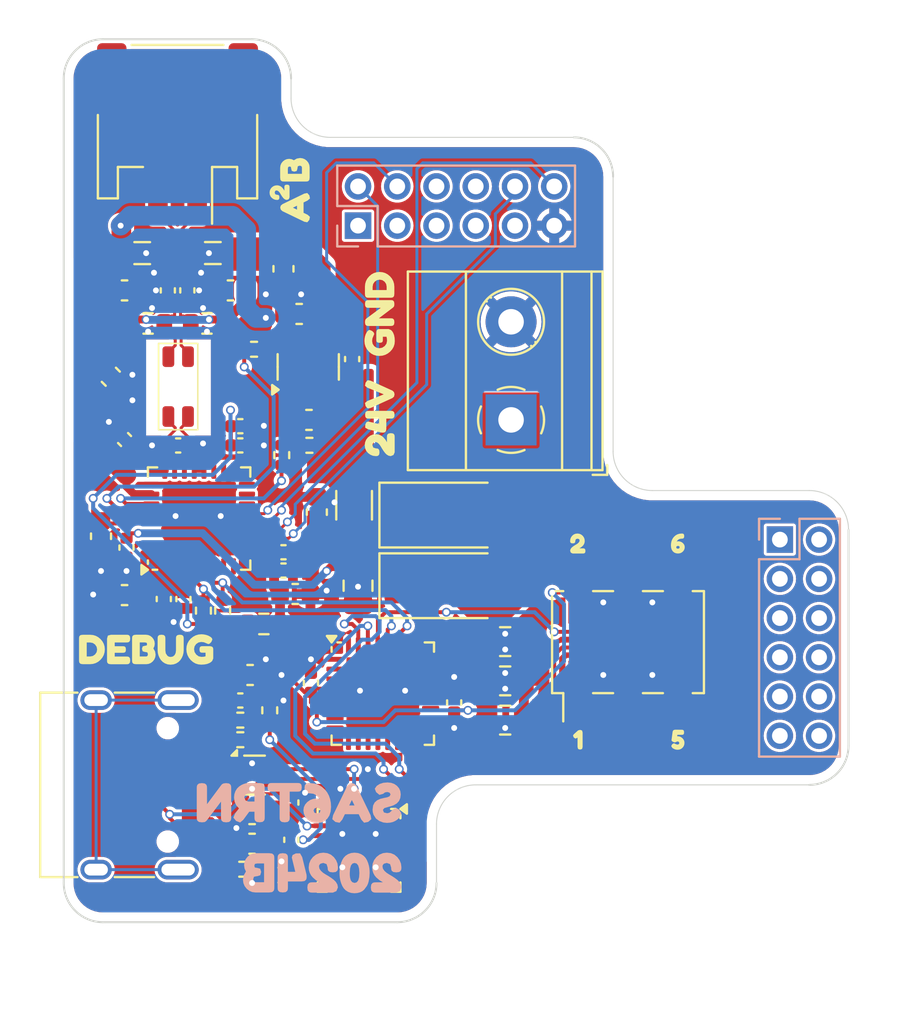
<source format=kicad_pcb>
(kicad_pcb (version 20240108) (generator "pcbnew") (generator_version "8.0")
  (layers (0 "F.Cu" signal) (1 "In1.Cu" signal) (2 "In2.Cu" signal) (31 "B.Cu" signal) (34 "B.Paste" user) (35 "F.Paste" user) (36 "B.SilkS" user "B.Silkscreen") (37 "F.SilkS" user "F.Silkscreen") (38 "B.Mask" user) (39 "F.Mask" user) (44 "Edge.Cuts" user))
  (net 0 "")
  (net 1 "/VOUT1")
  (net 2 "GND")
  (net 3 "+3V3")
  (net 4 "/VIN")
  (net 5 "Net-(U102-IOVDD)")
  (net 6 "+8V")
  (net 7 "Net-(Q101-G)")
  (net 8 "Net-(Q101-D)")
  (net 9 "/B_NB+")
  (net 10 "/B_CONN+")
  (net 11 "/B_CHIP+")
  (net 12 "/B_CHIP-")
  (net 13 "/VSSN")
  (net 14 "/B_NB-")
  (net 15 "/B_CONN-")
  (net 16 "/BCM")
  (net 17 "Net-(C143-Pad2)")
  (net 18 "/SCL")
  (net 19 "/SDA")
  (net 27 "/SENSE")
  (net 28 "/SWP")
  (net 33 "/BCLK")
  (net 34 "/FRAME_SYNC")
  (net 35 "/TDM_1")
  (net 36 "/TDM_0")
  (net 54 "VBUS")
  (net 55 "/VIO")
  (net 56 "Net-(D102-K)")
  (net 57 "Net-(Q101-S)")
  (net 58 "Net-(J1-CC1)")
  (net 59 "unconnected-(J1-SHIELD-PadS1)")
  (net 60 "Net-(J1-D+-PadA6)")
  (net 62 "Net-(J1-CC2)")
  (net 63 "Net-(J1-D--PadA7)")
  (net 65 "/~{RST}")
  (net 66 "/MISO")
  (net 67 "/MOSI")
  (net 68 "/SCK")
  (net 69 "Net-(U2-VBUS)")
  (net 70 "Net-(U2-~{RST})")
  (net 80 "/UART_USB_TX")
  (net 87 "/UART_USB_RX")
  (net 95 "Net-(U2-D+)")
  (net 105 "Net-(U2-D-)")
  (footprint "Capacitor_SMD:C_0805_2012Metric" (layer "F.Cu") (at 145.5 106.7)
    (property "Reference" "C112" (hide yes))
    (property "Value" "22u")
  )
  (footprint "Connector_USB:USB_C_Receptacle_HRO_TYPE-C-31-M-12" (layer "F.Cu") (at 125.7 114 -90)
    (property "Reference" "J1" (hide yes))
    (property "Value" "USB_C_Receptacle_USB2.0_16P")
  )
  (footprint "Diode_SMD:D_SMA" (layer "F.Cu") (at 142.6 100.250001)
    (property "Reference" "D102" (hide yes))
    (property "Value" "D_Schottky")
  )
  (footprint "Diode_SMD:D_SMA" (layer "F.Cu") (at 142.6 103.850001)
    (property "Reference" "D101" (hide yes))
    (property "Value" "D_Schottky")
  )
  (footprint "Resistor_SMD:R_0402_1005Metric" (layer "F.Cu") (at 134.1 118.6 180)
    (property "Reference" "R5" (hide yes))
    (property "Value" "5k1")
  )
  (footprint "Resistor_SMD:R_1206_3216Metric" (layer "F.Cu") (at 137.8 99.750001 -90)
    (property "Reference" "R108" (hide yes))
    (property "Value" "1")
  )
  (footprint "kibuzzard-66D2F73E" (layer "F.Cu") (at 139.1 90 90)
    (property "Reference" "kibuzzard-66D2F73E" (hide yes))
    (property "Value" "G***" (hide yes))
  )
  (footprint "Resistor_SMD:R_0402_1005Metric" (layer "F.Cu") (at 132.7 91.8)
    (property "Reference" "R107" (hide yes))
    (property "Value" "1k")
  )
  (footprint "Capacitor_SMD:C_0402_1005Metric" (layer "F.Cu") (at 132 96.7)
    (property "Reference" "C110" (hide yes))
    (property "Value" "100n")
  )
  (footprint "Library:TDK-ACT1210L-101-2P-TL00" (layer "F.Cu") (at 128.833204 93.703331 90)
    (property "Reference" "FL102" (hide yes))
    (property "Value" "100u")
  )
  (footprint "Capacitor_SMD:C_0603_1608Metric" (layer "F.Cu") (at 135 90 180)
    (property "Reference" "C137" (hide yes))
    (property "Value" "33n")
  )
  (footprint "Capacitor_SMD:C_0603_1608Metric" (layer "F.Cu") (at 134.2 87.7 -90)
    (property "Reference" "C134" (hide yes))
    (property "Value" "33n")
  )
  (footprint "Capacitor_SMD:C_0402_1005Metric" (layer "F.Cu") (at 134.6 114.9 90)
    (property "Reference" "C7" (hide yes))
    (property "Value" "100n")
  )
  (footprint "kibuzzard-66D2F76B" (layer "F.Cu") (at 127.2 107.1)
    (property "Reference" "kibuzzard-66D2F76B" (hide yes))
    (property "Value" "G***" (hide yes))
  )
  (footprint "Capacitor_SMD:C_0603_1608Metric" (layer "F.Cu") (at 134.8 104.27226)
    (property "Reference" "C122" (hide yes))
    (property "Value" "4u7")
  )
  (footprint "Connector_PinHeader_2.54mm:PinHeader_2x03_P2.54mm_Vertical_SMD" (layer "F.Cu") (at 151.76 106.725 90)
    (property "Reference" "J2" (hide yes))
    (property "Value" "AVR-ISP-6")
  )
  (footprint "Capacitor_SMD:C_0402_1005Metric" (layer "F.Cu") (at 132 109.7)
    (property "Reference" "C3" (hide yes))
    (property "Value" "100n")
  )
  (footprint "Resistor_SMD:R_0402_1005Metric" (layer "F.Cu") (at 132 111.7)
    (property "Reference" "R1" (hide yes))
    (property "Value" "5k1")
  )
  (footprint "Resistor_SMD:R_0402_1005Metric" (layer "F.Cu") (at 132 110.7 180)
    (property "Reference" "R3" (hide yes))
    (property "Value" "5k1")
  )
  (footprint "Capacitor_SMD:C_0603_1608Metric" (layer "F.Cu") (at 135.5 95.4 180)
    (property "Reference" "C129" (hide yes))
    (property "Value" "15n")
  )
  (footprint "Package_DFN_QFN:QFN-32-1EP_5x5mm_P0.5mm_EP3.1x3.1mm" (layer "F.Cu") (at 139.2625 109.35)
    (property "Reference" "U1" (hide yes))
    (property "Value" "ATmega328P-M")
  )
  (footprint "Capacitor_SMD:C_0402_1005Metric" (layer "F.Cu") (at 134.6 116.8 -90)
    (property "Reference" "C5" (hide yes))
    (property "Value" "100n")
  )
  (footprint "Capacitor_SMD:C_0805_2012Metric" (layer "F.Cu") (at 145.5 110.7)
    (property "Reference" "C101" (hide yes))
    (property "Value" "22u")
  )
  (footprint "Capacitor_SMD:C_0603_1608Metric" (layer "F.Cu") (at 126.1 104.328331 180)
    (property "Reference" "C107" (hide yes))
    (property "Value" "4u7")
  )
  (footprint "Package_TO_SOT_SMD:SOT-666" (layer "F.Cu") (at 132.6 113.5)
    (property "Reference" "U3" (hide yes))
    (property "Value" "USBLC6-2P6")
  )
  (footprint "Resistor_SMD:R_0402_1005Metric" (layer "F.Cu") (at 130.121163 105.12126 90)
    (property "Reference" "R104" (hide yes))
    (property "Value" "10k")
  )
  (footprint "Capacitor_SMD:C_0805_2012Metric" (layer "F.Cu") (at 145.5 108.7)
    (property "Reference" "C113" (hide yes))
    (property "Value" "22u")
  )
  (footprint "Connector_JST:JST_PH_S2B-PH-SM4-TB_1x02-1MP_P2.00mm_Horizontal" (layer "F.Cu") (at 128.8 80.8 180)
    (property "Reference" "J102" (hide yes))
    (property "Value" "Conn_01x02")
  )
  (footprint "Capacitor_SMD:C_0603_1608Metric" (layer "F.Cu") (at 132.6 117 180)
    (property "Reference" "C4" (hide yes))
    (property "Value" "4u7")
  )
  (footprint "Inductor_SMD:L_0805_2012Metric" (layer "F.Cu") (at 127 86.9 180)
    (property "Reference" "L108" (hide yes))
    (property "Value" "3u3")
  )
  (footprint "Resistor_SMD:R_0402_1005Metric" (layer "F.Cu") (at 133.5 110.2 90)
    (property "Reference" "R4" (hide yes))
    (property "Value" "10k")
  )
  (footprint "Capacitor_SMD:C_0402_1005Metric" (layer "F.Cu") (at 128.305 88.8 -90)
    (property "Reference" "C140" (hide yes))
    (property "Value" "10n")
  )
  (footprint "Package_DFN_QFN:QFN-24-1EP_4x4mm_P0.5mm_EP2.6x2.6mm" (layer "F.Cu") (at 138.05 117.3375 -90)
    (property "Reference" "U2" (hide yes))
    (property "Value" "CP2102N-Axx-xQFN24")
  )
  (footprint "kibuzzard-66D30007" (layer "F.Cu") (at 134 83.8 90)
    (property "Reference" "kibuzzard-66D30007" (hide yes))
    (property "Value" "G***" (hide yes))
  )
  (footprint "kibuzzard-66D2F77A" (layer "F.Cu") (at 149.2 111.7)
    (property "Reference" "kibuzzard-66D2F77A" (hide yes))
    (property "Value" "G***" (hide yes))
  )
  (footprint "Resistor_SMD:R_0603_1608Metric" (layer "F.Cu") (at 130.3 90.482011)
    (property "Reference" "R101" (hide yes))
    (property "Value" "113")
  )
  (footprint "Capacitor_SMD:C_0402_1005Metric" (layer "F.Cu") (at 142.9 109.8 90)
    (property "Reference" "C8" (hide yes))
    (property "Value" "100n")
  )
  (footprint "Inductor_SMD:L_0805_2012Metric" (layer "F.Cu") (at 130.6 86.896669 180)
    (property "Reference" "L105" (hide yes))
    (property "Value" "3u3")
  )
  (footprint "kibuzzard-66D2F748" (layer "F.Cu") (at 139.1 95.3 90)
    (property "Reference" "kibuzzard-66D2F748" (hide yes))
    (property "Value" "G***" (hide yes))
  )
  (footprint "Capacitor_SMD:C_0805_2012Metric" (layer "F.Cu") (at 138 103.850001 -90)
    (property "Reference" "C10" (hide yes))
    (property "Value" "22u")
  )
  (footprint "Resistor_SMD:R_0402_1005Metric" (layer "F.Cu") (at 132.1 118.3)
    (property "Reference" "R2" (hide yes))
    (property "Value" "5k1")
  )
  (footprint "Capacitor_SMD:C_0603_1608Metric" (layer "F.Cu") (at 132.6 115.49 180)
    (property "Reference" "C6" (hide yes))
    (property "Value" "4u7")
  )
  (footprint "Capacitor_SMD:C_0402_1005Metric" (layer "F.Cu") (at 129.3 88.8 -90)
    (property "Reference" "C135" (hide yes))
    (property "Value" "10n")
  )
  (footprint "Capacitor_SMD:C_0402_1005Metric" (layer "F.Cu") (at 126.1 96.4 135)
    (property "Reference" "C141" (hide yes))
    (property "Value" "100n")
  )
  (footprint "kibuzzard-66D2F788" (layer "F.Cu") (at 149.2 101.7)
    (property "Reference" "kibuzzard-66D2F788" (hide yes))
    (property "Value" "G***" (hide yes))
  )
  (footprint "TerminalBlock_Phoenix:TerminalBlock_Phoenix_MKDS-1,5-2_1x02_P5.00mm_Horizontal" (layer "F.Cu") (at 145.8 95.4 90)
    (property "Reference" "J101" (hide yes))
    (property "Value" "TerminalBlock")
  )
  (footprint "Capacitor_SMD:C_0402_1005Metric" (layer "F.Cu") (at 128.1 104.528331 -90)
    (property "Reference" "C105" (hide yes))
    (property "Value" "4n7")
  )
  (footprint "Resistor_SMD:R_0603_1608Metric" (layer "F.Cu") (at 127.3 90.482011)
    (property "Reference" "R102" (hide yes))
    (property "Value" "113")
  )
  (footprint "Resistor_SMD:R_0402_1005Metric" (layer "F.Cu") (at 134.111321 97.195 90)
    (property "Reference" "R106" (hide yes))
    (property "Value" "3k32")
  )
  (footprint "Capacitor_SMD:C_0402_1005Metric" (layer "F.Cu") (at 126.2 101.908331 -90)
    (property "Reference" "C115" (hide yes))
    (property "Value" "100n")
  )
  (footprint "Capacitor_SMD:C_0402_1005Metric" (layer "F.Cu") (at 137.7 92.3 90)
    (property "Reference" "C130" (hide yes))
    (property "Value" "3n3")
  )
  (footprint "kibuzzard-66D2F791" (layer "F.Cu") (at 154.3 111.7)
    (property "Reference" "kibuzzard-66D2F791" (hide yes))
    (property "Value" "G***" (hide yes))
  )
  (footprint "Resistor_SMD:R_0603_1608Metric" (layer "F.Cu") (at 133.2 105.8 180)
    (property "Reference" "FB102" (hide yes))
    (property "Value" "100R@600MHz")
  )
  (footprint "Capacitor_SMD:C_0402_1005Metric" (layer "F.Cu") (at 134.200933 103.077249)
    (property "Reference" "C121" (hide yes))
    (property "Value" "100n")
  )
  (footprint "Capacitor_SMD:C_0402_1005Metric" (layer "F.Cu") (at 135.6 108.8 90)
    (property "Reference" "C9" (hide yes))
    (property "Value" "100n")
  )
  (footprint "Capacitor_SMD:C_0402_1005Metric" (layer "F.Cu") (at 129.1 104.528331 -90)
    (property "Reference" "C106" (hide yes))
    (property "Value" "100n")
  )
  (footprint "Capacitor_SMD:C_0603_1608Metric" (layer "F.Cu") (at 132.5 108.4)
    (property "Reference" "C2" (hide yes))
    (property "Value" "4u7")
  )
  (footprint "Capacitor_SMD:C_0603_1608Metric" (layer "F.Cu") (at 124.9 101.328331 -90)
    (property "Reference" "C111" (hide yes))
    (property "Value" "4u7")
  )
  (footprint "Capacitor_SMD:C_0603_1608Metric" (layer "F.Cu") (at 126.1 88.8 180)
    (property "Reference" "C144" (hide yes))
    (property "Value" "33n")
  )
  (footprint "Capacitor_SMD:C_0603_1608Metric" (layer "F.Cu") (at 125.4 93.2 -45)
    (property "Reference" "C102" (hide yes))
    (property "Value" "33n")
  )
  (footprint "Resistor_SMD:R_0402_1005Metric" (layer "F.Cu") (at 135.52132 96.695 180)
    (property "Reference" "R105" (hide yes))
    (property "Value" "33k2")
  )
  (footprint "Capacitor_SMD:C_0603_1608Metric" (layer "F.Cu") (at 135.9 100.1 -90)
    (property "Reference" "C108" (hide yes))
    (property "Value" "33n")
  )
  (footprint "Capacitor_SMD:C_0603_1608Metric" (layer "F.Cu") (at 131.5 88.8)
    (property "Reference" "C143" (hide yes))
    (property "Value" "33n")
  )
  (footprint "Package_TO_SOT_SMD:SOT-23" (layer "F.Cu") (at 135.4625 92.7 90)
    (property "Reference" "Q101" (hide yes))
    (property "Value" "Q_PMOS_DGS")
  )
  (footprint "Resistor_SMD:R_0402_1005Metric" (layer "F.Cu") (at 131.1 105.12126 90)
    (property "Reference" "R103" (hide yes))
    (property "Value" "10k")
  )
  (footprint "kibuzzard-66D2F797" (layer "F.Cu") (at 154.3 101.7)
    (property "Reference" "kibuzzard-66D2F797" (hide yes))
    (property "Value" "G***" (hide yes))
  )
  (footprint "Capacitor_SMD:C_0402_1005Metric" (layer "F.Cu") (at 132 95.71995)
    (property "Reference" "C109" (hide yes))
    (property "Value" "4n7")
  )
  (footprint "kibuzzard-66D3000E" (layer "F.Cu") (at 134.8 83.7 90)
    (property "Reference" "kibuzzard-66D3000E" (hide yes))
    (property "Value" "G***" (hide yes))
  )
  (footprint "Package_CSP:LFCSP-32-1EP_5x5mm_P0.5mm_EP3.5x3.5mm" (layer "F.Cu") (at 129.9 100.428331 90)
    (property "Reference" "U102" (hide yes))
    (property "Value" "AD2427")
  )
  (footprint "Capacitor_SMD:C_0402_1005Metric" (layer "F.Cu") (at 134.2 102.144751)
    (property "Reference" "C120" (hide yes))
    (property "Value" "10n")
  )
  (footprint "Capacitor_SMD:C_0402_1005Metric" (layer "F.Cu") (at 128.833204 96.703331)
    (property "Reference" "C136" (hide yes))
    (property "Value" "12p")
  )
  (footprint "Connector_PinSocket_2.00mm:PinSocket_2x06_P2.00mm_Vertical" (layer "B.Cu") (at 138 85.5 -90)
    (property "Reference" "J105" (hide yes))
    (property "Value" "MCH_J1")
  )
  (footprint "kibuzzard-66D88E33" (layer "B.Cu") (at 135 116.7 180)
    (property "Reference" "kibuzzard-66D88E33" (hide yes))
    (property "Value" "G***" (hide yes))
  )
  (footprint "Connector_PinSocket_2.00mm:PinSocket_2x06_P2.00mm_Vertical" (layer "B.Cu") (at 159.5 101.5 180)
    (property "Reference" "J106" (hide yes))
    (property "Value" "MCH_J3")
  )
  (gr_line (start 163 101) (end 163 112) (stroke (width 0.1)) (layer "Edge.Cuts"))
  (gr_arc (start 163 112) (mid 162.414214 113.414214) (end 161 114) (stroke (width 0.1)) (layer "Edge.Cuts"))
  (gr_line (start 151 83) (end 151 97) (stroke (width 0.05)) (layer "Edge.Cuts"))
  (gr_line (start 123 119) (end 123 78) (stroke (width 0.1)) (layer "Edge.Cuts"))
  (gr_line (start 149 81) (end 136.585786 81) (stroke (width 0.05)) (layer "Edge.Cuts"))
  (gr_arc (start 142 116) (mid 142.585786 114.585786) (end 144 114) (stroke (width 0.05)) (layer "Edge.Cuts"))
  (gr_line (start 144 114) (end 161 114) (stroke (width 0.05)) (layer "Edge.Cuts"))
  (gr_arc (start 142 119) (mid 141.414214 120.414214) (end 140 121) (stroke (width 0.1)) (layer "Edge.Cuts"))
  (gr_line (start 140 121) (end 125 121) (stroke (width 0.1)) (layer "Edge.Cuts"))
  (gr_line (start 153 99) (end 161 99) (stroke (width 0.05)) (layer "Edge.Cuts"))
  (gr_line (start 134.585786 79) (end 134.585786 78) (stroke (width 0.05)) (layer "Edge.Cuts"))
  (gr_line (start 142 119) (end 142 116) (stroke (width 0.05)) (layer "Edge.Cuts"))
  (gr_arc (start 123 78) (mid 123.585786 76.585786) (end 125 76) (stroke (width 0.1)) (layer "Edge.Cuts"))
  (gr_arc (start 125 121) (mid 123.585786 120.414214) (end 123 119) (stroke (width 0.1)) (layer "Edge.Cuts"))
  (gr_arc (start 161 99) (mid 162.414214 99.585786) (end 163 101) (stroke (width 0.05)) (layer "Edge.Cuts"))
  (gr_arc (start 132.585786 76) (mid 134 76.585786) (end 134.585786 78) (stroke (width 0.1)) (layer "Edge.Cuts"))
  (gr_arc (start 153 99) (mid 151.585786 98.414214) (end 151 97) (stroke (width 0.05)) (layer "Edge.Cuts"))
  (gr_arc (start 136.585786 81) (mid 135.171572 80.414214) (end 134.585786 79) (stroke (width 0.05)) (layer "Edge.Cuts"))
  (gr_line (start 125 76) (end 132.585786 76) (stroke (width 0.1)) (layer "Edge.Cuts"))
  (gr_arc (start 149 81) (mid 150.414214 81.585786) (end 151 83) (stroke (width 0.1)) (layer "Edge.Cuts"))
  (segment (start 138.5125 108.6) (end 139.2625 109.35) (width 0.2) (layer "F.Cu") (net 2))
  (segment (start 132 113.5) (end 131.675 113.5) (width 0.2) (layer "F.Cu") (net 2))
  (segment (start 136.825 108.6) (end 138.5125 108.6) (width 0.2) (layer "F.Cu") (net 2))
  (segment (start 136.825 109.6) (end 139.0125 109.6) (width 0.2) (layer "F.Cu") (net 2))
  (segment (start 139.0125 109.6) (end 139.2625 109.35) (width 0.2) (layer "F.Cu") (net 2))
  (segment (start 132.6 112.9) (end 132 113.5) (width 0.2) (layer "F.Cu") (net 2))
  (segment (start 134.1 117.9) (end 134.1 117.78) (width 0.15) (layer "F.Cu") (net 2))
  (segment (start 128.65 101.678331) (end 127.4625 101.678331) (width 0.2) (layer "F.Cu") (net 2))
  (segment (start 134.1 117.78) (end 134.6 117.28) (width 0.15) (layer "F.Cu") (net 2))
  (segment (start 129.9 100.428331) (end 128.65 101.678331) (width 0.2) (layer "F.Cu") (net 2))
  (segment (start 128.15 98.678331) (end 129.9 100.428331) (width 0.2) (layer "F.Cu") (net 2))
  (segment (start 136.175 99.6) (end 135.9 99.325) (width 0.15) (layer "F.Cu") (net 2))
  (segment (start 127.4625 98.678331) (end 128.15 98.678331) (width 0.2) (layer "F.Cu") (net 2))
  (segment (start 136.8 99.6) (end 136.175 99.6) (width 0.15) (layer "F.Cu") (net 2))
  (via (at 138.9 118.2) (size 0.45) (drill 0.3) (layers "F.Cu" "B.Cu") (net 2))
  (via (at 130.3 90.9) (size 0.45) (drill 0.3) (layers "F.Cu" "B.Cu") (net 2))
  (via (at 124.9 103.1) (size 0.45) (drill 0.3) (layers "F.Cu" "B.Cu") (net 2))
  (via (at 138.5 113.2) (size 0.45) (drill 0.3) (layers "F.Cu" "B.Cu") (net 2))
  (via (at 135.1 89) (size 0.45) (drill 0.3) (layers "F.Cu" "B.Cu") (net 2))
  (via (at 130 87.9) (size 0.45) (drill 0.3) (layers "F.Cu" "B.Cu") (net 2))
  (via (at 136.8 99.6) (size 0.45) (drill 0.3) (layers "F.Cu" "B.Cu") (net 2))
  (via (at 136.4 104.1) (size 0.45) (drill 0.3) (layers "F.Cu" "B.Cu") (net 2))
  (via (at 134.2 109.7) (size 0.45) (drill 0.3) (layers "F.Cu" "B.Cu") (net 2))
  (via (at 131 100.3) (size 0.45) (drill 0.3) (layers "F.Cu" "B.Cu") (net 2))
  (via (at 130.1 96.6) (size 0.45) (drill 0.3) (layers "F.Cu" "B.Cu") (net 2))
  (via (at 134.1 117.9) (size 0.45) (drill 0.3) (layers "F.Cu" "B.Cu") (net 2))
  (via (at 145.5 109.1) (size 0.45) (drill 0.3) (layers "F.Cu" "B.Cu") (net 2))
  (via (at 138.1 109.2) (size 0.45) (drill 0.3) (layers "F.Cu" "B.Cu") (net 2))
  (via (at 137.2 116.5) (size 0.45) (drill 0.3) (layers "F.Cu" "B.Cu") (net 2))
  (via (at 125.3 95.5) (size 0.45) (drill 0.3) (layers "F.Cu" "B.Cu") (net 2))
  (via (at 137.1 114.2) (size 0.45) (drill 0.3) (layers "F.Cu" "B.Cu") (net 2))
  (via (at 127.7 88.8) (size 0.45) (drill 0.3) (layers "F.Cu" "B.Cu") (net 2))
  (via (at 126.2 103.1) (size 0.45) (drill 0.3) (layers "F.Cu" "B.Cu") (net 2))
  (via (at 124.5 104.3) (size 0.45) (drill 0.3) (layers "F.Cu" "B.Cu") (net 2))
  (via (at 150.5 104.7) (size 0.45) (drill 0.3) (layers "F.Cu" "B.Cu") (net 2))
  (via (at 135.6 107.6) (size 0.45) (drill 0.3) (layers "F.Cu" "B.Cu") (net 2))
  (via (at 132.6 112.9) (size 0.45) (drill 0.3) (layers "F.Cu" "B.Cu") (net 2))
  (via (at 145.5 106.3) (size 0.45) (drill 0.3) (layers "F.Cu" "B.Cu") (net 2))
  (via (at 140.4 109.2) (size 0.45) (drill 0.3) (layers "F.Cu" "B.Cu") (net 2))
  (via (at 127.2 86.9) (size 0.45) (drill 0.3) (layers "F.Cu" "B.Cu") (net 2))
  (via (at 132.6 119) (size 0.45) (drill 0.3) (layers "F.Cu" "B.Cu") (net 2))
  (via (at 130.1 89.7) (size 0.45) (drill 0.3) (layers "F.Cu" "B.Cu") (net 2))
  (via (at 145.5 111.1) (size 0.45) (drill 0.3) (layers "F.Cu" "B.Cu") (net 2))
  (via (at 153 108.4) (size 0.45) (drill 0.3) (layers "F.Cu" "B.Cu") (net 2))
  (via (at 131.8 116.2) (size 0.45) (drill 0.3) (layers "F.Cu" "B.Cu") (net 2))
  (via (at 129.9 88.8) (size 0.45) (drill 0.3) (layers "F.Cu" "B.Cu") (net 2))
  (via (at 133.3 107.6) (size 0.45) (drill 0.3) (layers "F.Cu" "B.Cu") (net 2))
  (via (at 126.5 93.1) (size 0.45) (drill 0.3) (layers "F.Cu" "B.Cu") (net 2))
  (via (at 153 104.7) (size 0.45) (drill 0.3) (layers "F.Cu" "B.Cu") (net 2))
  (via (at 142.9 108.5) (size 0.45) (drill 0.3) (layers "F.Cu" "B.Cu") (net 2))
  (via (at 127.6 87.9) (size 0.45) (drill 0.3) (layers "F.Cu" "B.Cu") (net 2))
  (via (at 145.5 108.3) (size 0.45) (drill 0.3) (layers "F.Cu" "B.Cu") (net 2))
  (via (at 138.9 116.5) (size 0.45) (drill 0.3) (layers "F.Cu" "B.Cu") (net 2))
  (via (at 137.2 118.2) (size 0.45) (drill 0.3) (layers "F.Cu" "B.Cu") (net 2))
  (via (at 130.4 86.9) (size 0.45) (drill 0.3) (layers "F.Cu" "B.Cu") (net 2))
  (via (at 126.5 94.4) (size 0.45) (drill 0.3) (layers "F.Cu" "B.Cu") (net 2))
  (via (at 128.7 100.3) (size 0.45) (drill 0.3) (layers "F.Cu" "B.Cu") (net 2))
  (via (at 127.5 89.7) (size 0.45) (drill 0.3) (layers "F.Cu" "B.Cu") (net 2))
  (via (at 134.1 108.4) (size 0.45) (drill 0.3) (layers "F.Cu" "B.Cu") (net 2))
  (via (at 150.5 108.4) (size 0.45) (drill 0.3) (layers "F.Cu" "B.Cu") (net 2))
  (via (at 133.3 89) (size 0.45) (drill 0.3) (layers "F.Cu" "B.Cu") (net 2))
  (via (at 142.9 111.1) (size 0.45) (drill 0.3) (layers "F.Cu" "B.Cu") (net 2))
  (via (at 145.5 107.1) (size 0.45) (drill 0.3) (layers "F.Cu" "B.Cu") (net 2))
  (via (at 138 103.9) (size 0.45) (drill 0.3) (layers "F.Cu" "B.Cu") (net 2))
  (via (at 135.3 114.4) (size 0.45) (drill 0.3) (layers "F.Cu" "B.Cu") (net 2))
  (via (at 128.6 105.7) (size 0.45) (drill 0.3) (layers "F.Cu" "B.Cu") (net 2))
  (via (at 127.5 96.7) (size 0.45) (drill 0.3) (layers "F.Cu" "B.Cu") (net 2))
  (via (at 133.2 95.7) (size 0.45) (drill 0.3) (layers "F.Cu" "B.Cu") (net 2))
  (via (at 133.2 96.7) (size 0.45) (drill 0.3) (layers "F.Cu" "B.Cu") (net 2))
  (via (at 127.3 90.9) (size 0.45) (drill 0.3) (layers "F.Cu" "B.Cu") (net 2))
  (segment (start 135.28 109.28) (end 135.6 109.28) (width 0.2) (layer "F.Cu") (net 3))
  (segment (start 131.092929 105.631259) (end 131.1 105.63833) (width 0.5) (layer "F.Cu") (net 3))
  (segment (start 135.9 110.1) (end 135.6 109.8) (width 0.2) (layer "F.Cu") (net 3))
  (segment (start 133.575 107) (end 134.5 107) (width 0.2) (layer "F.Cu") (net 3))
  (segment (start 124.5 100.153331) (end 124.5 99.4) (width 0.2) (layer "F.Cu") (net 3))
  (segment (start 142.98 110.2) (end 142.9 110.28) (width 0.2) (layer "F.Cu") (net 3))
  (segment (start 134.7 108.7) (end 135.28 109.28) (width 0.2) (layer "F.Cu") (net 3))
  (segment (start 142.9 110.28) (end 142.58 110.6) (width 0.2) (layer "F.Cu") (net 3))
  (segment (start 131.1 105.63833) (end 132.21333 105.63833) (width 0.5) (layer "F.Cu") (net 3))
  (segment (start 125.025 100.678331) (end 127.4625 100.678331) (width 0.2) (layer "F.Cu") (net 3))
  (segment (start 131.5 94.9) (end 131.5 95.69995) (width 0.2) (layer "F.Cu") (net 3))
  (segment (start 134.7 107.2) (end 134.7 108.7) (width 0.2) (layer "F.Cu") (net 3))
  (segment (start 129.3 105.8) (end 129.952422 105.8) (width 0.2) (layer "F.Cu") (net 3))
  (segment (start 124.9 100.553331) (end 125.025 100.678331) (width 0.2) (layer "F.Cu") (net 3))
  (segment (start 130.15 97.35) (end 130.8 96.7) (width 0.2) (layer "F.Cu") (net 3))
  (segment (start 131.5 95.69995) (end 131.52 95.71995) (width 0.2) (layer "F.Cu") (net 3))
  (segment (start 129.65 97.990831) (end 130.15 97.990831) (width 0.2) (layer "F.Cu") (net 3))
  (segment (start 136.825 110.1) (end 135.9 110.1) (width 0.2) (layer "F.Cu") (net 3))
  (segment (start 136.825 109.1) (end 135.78 109.1) (width 0.2) (layer "F.Cu") (net 3))
  (segment (start 135.78 109.1) (end 135.6 109.28) (width 0.2) (layer "F.Cu") (net 3))
  (segment (start 134.5 107) (end 134.7 107.2) (width 0.2) (layer "F.Cu") (net 3))
  (segment (start 142.58 110.6) (end 141.7 110.6) (width 0.2) (layer "F.Cu") (net 3))
  (segment (start 130.15 97.990831) (end 130.15 97.35) (width 0.2) (layer "F.Cu") (net 3))
  (segment (start 124.9 100.553331) (end 124.5 100.153331) (width 0.2) (layer "F.Cu") (net 3))
  (segment (start 130.121163 105.631259) (end 131.092929 105.631259) (width 0.5) (layer "F.Cu") (net 3))
  (segment (start 143.6 110.2) (end 142.98 110.2) (width 0.2) (layer "F.Cu") (net 3))
  (segment (start 135.9 110.1) (end 135.9 110.8) (width 0.2) (layer "F.Cu") (net 3))
  (segment (start 132.375 105.8) (end 133.575 107) (width 0.2) (layer "F.Cu") (net 3))
  (segment (start 129.952422 105.8) (end 130.121163 105.631259) (width 0.2) (layer "F.Cu") (net 3))
  (segment (start 135.6 109.8) (end 135.6 109.28) (width 0.2) (layer "F.Cu") (net 3))
  (segment (start 147.9 104.2) (end 149.22 104.2) (width 0.2) (layer "F.Cu") (net 3))
  (segment (start 132.21333 105.63833) (end 132.375 105.8) (width 0.5) (layer "F.Cu") (net 3))
  (segment (start 131.52 96.7) (end 131.52 95.71995) (width 0.2) (layer "F.Cu") (net 3))
  (segment (start 130.8 96.7) (end 131.52 96.7) (width 0.2) (layer "F.Cu") (net 3))
  (via (at 129.3 105.8) (size 0.45) (drill 0.3) (layers "F.Cu" "B.Cu") (net 3))
  (via (at 143.6 110.2) (size 0.45) (drill 0.3) (layers "F.Cu" "B.Cu") (net 3))
  (via (at 147.9 104.2) (size 0.45) (drill 0.3) (layers "F.Cu" "B.Cu") (net 3))
  (via (at 131.5 94.9) (size 0.45) (drill 0.3) (layers "F.Cu" "B.Cu") (net 3))
  (via (at 124.5 99.4) (size 0.45) (drill 0.3) (layers "F.Cu" "B.Cu") (net 3))
  (via (at 135.9 110.8) (size 0.45) (drill 0.3) (layers "F.Cu" "B.Cu") (net 3))
  (segment (start 135.9 110.8) (end 139.3 110.8) (width 0.2) (layer "B.Cu") (net 3))
  (segment (start 124.5 99.9) (end 125.8 101.2) (width 0.2) (layer "B.Cu") (net 3))
  (segment (start 131.4 97.4) (end 131.5 97.3) (width 0.2) (layer "B.Cu") (net 3))
  (segment (start 130.6 98.2) (end 131.4 97.4) (width 0.2) (layer "B.Cu") (net 3))
  (segment (start 139.9 110.2) (end 143.6 110.2) (width 0.2) (layer "B.Cu") (net 3))
  (segment (start 129.3 104.7) (end 129.3 105.8) (width 0.2) (layer "B.Cu") (net 3))
  (segment (start 126.3 98.2) (end 130.6 98.2) (width 0.2) (layer "B.Cu") (net 3))
  (segment (start 147.9 108.3) (end 148.5 107.7) (width 0.2) (layer "B.Cu") (net 3))
  (segment (start 148.5 104.8) (end 147.9 104.2) (width 0.2) (layer "B.Cu") (net 3))
  (segment (start 139.3 110.8) (end 139.9 110.2) (width 0.2) (layer "B.Cu") (net 3))
  (segment (start 143.6 110.2) (end 146 110.2) (width 0.2) (layer "B.Cu") (net 3))
  (segment (start 146 110.2) (end 147.9 108.3) (width 0.2) (layer "B.Cu") (net 3))
  (segment (start 124.5 99.392893) (end 125.692893 98.2) (width 0.2) (layer "B.Cu") (net 3))
  (segment (start 125.692893 98.2) (end 126.3 98.2) (width 0.2) (layer "B.Cu") (net 3))
  (segment (start 124.5 99.4) (end 124.5 99.9) (width 0.2) (layer "B.Cu") (net 3))
  (segment (start 148.5 107.7) (end 148.5 104.8) (width 0.2) (layer "B.Cu") (net 3))
  (segment (start 125.8 101.2) (end 129.3 104.7) (width 0.2) (layer "B.Cu") (net 3))
  (segment (start 131.5 97.3) (end 131.5 94.9) (width 0.2) (layer "B.Cu") (net 3))
  (segment (start 124.5 99.4) (end 124.5 99.392893) (width 0.2) (layer "B.Cu") (net 3))
  (segment (start 126.8 101.178331) (end 127.4625 101.178331) (width 0.2) (layer "F.Cu") (net 4))
  (segment (start 136.599998 102.900002) (end 136.4 103.1) (width 0.4) (layer "F.Cu") (net 4))
  (segment (start 126.45 101.178331) (end 126.8 101.178331) (width 0.2) (layer "F.Cu") (net 4))
  (segment (start 138 102.900002) (end 136.599998 102.900002) (width 0.4) (layer "F.Cu") (net 4))
  (segment (start 140.599999 103.850001) (end 139.65 102.900002) (width 1) (layer "F.Cu") (net 4))
  (segment (start 139.65 102.900002) (end 138 102.900002) (width 1) (layer "F.Cu") (net 4))
  (segment (start 126.2 101.428331) (end 126.45 101.178331) (width 0.2) (layer "F.Cu") (net 4))
  (via (at 126.8 101.178331) (size 0.45) (drill 0.3) (layers "F.Cu" "B.Cu") (net 4))
  (via (at 136.4 103.1) (size 0.45) (drill 0.3) (layers "F.Cu" "B.Cu") (net 4))
  (segment (start 136.4 103.1) (end 135.7 103.8) (width 0.4) (layer "B.Cu") (net 4))
  (segment (start 130.078331 101.178331) (end 126.8 101.178331) (width 0.4) (layer "B.Cu") (net 4))
  (segment (start 132.7 103.8) (end 130.078331 101.178331) (width 0.4) (layer "B.Cu") (net 4))
  (segment (start 135.7 103.8) (end 132.7 103.8) (width 0.4) (layer "B.Cu") (net 4))
  (segment (start 133.720933 103.968193) (end 134.025 104.27226) (width 0.5) (layer "F.Cu") (net 5))
  (segment (start 133.68642 102.178331) (end 133.72 102.144751) (width 0.5) (layer "F.Cu") (net 5))
  (segment (start 133.720933 103.077249) (end 133.720933 103.968193) (width 0.5) (layer "F.Cu") (net 5))
  (segment (start 133.72 102.144751) (end 133.72 103.076316) (width 0.5) (layer "F.Cu") (net 5))
  (segment (start 133.72 103.076316) (end 133.720933 103.077249) (width 0.5) (layer "F.Cu") (net 5))
  (segment (start 132.3375 102.178331) (end 133.68642 102.178331) (width 0.5) (layer "F.Cu") (net 5))
  (segment (start 134.025 105.8) (end 134.025 104.27226) (width 0.5) (layer "F.Cu") (net 5))
  (segment (start 134.9625 93.6375) (end 136 92.6) (width 0.2) (layer "F.Cu") (net 7))
  (segment (start 134.5125 95.1875) (end 134.725 95.4) (width 0.2) (layer "F.Cu") (net 7))
  (segment (start 137.52 92.6) (end 137.7 92.78) (width 0.2) (layer "F.Cu") (net 7))
  (segment (start 134.12132 96.695) (end 134.111321 96.685001) (width 0.2) (layer "F.Cu") (net 7))
  (segment (start 134.725 96.408679) (end 135.011321 96.695) (width 0.2) (layer "F.Cu") (net 7))
  (segment (start 136 92.6) (end 137.52 92.6) (width 0.2) (layer "F.Cu") (net 7))
  (segment (start 134.5125 93.6375) (end 134.9625 93.6375) (width 0.2) (layer "F.Cu") (net 7))
  (segment (start 134.725 95.4) (end 134.725 96.408679) (width 0.2) (layer "F.Cu") (net 7))
  (segment (start 134.5125 93.6375) (end 134.5125 95.1875) (width 0.2) (layer "F.Cu") (net 7))
  (segment (start 135.011321 96.695) (end 134.12132 96.695) (width 0.2) (layer "F.Cu") (net 7))
  (segment (start 135.520001 91.82) (end 135.4625 91.762499) (width 0.15) (layer "F.Cu") (net 8))
  (segment (start 137.7 91.82) (end 135.520001 91.82) (width 0.15) (layer "F.Cu") (net 8))
  (segment (start 133.209999 91.8) (end 135.424999 91.8) (width 0.2) (layer "F.Cu") (net 8))
  (segment (start 135.424999 91.8) (end 135.4625 91.762499) (width 0.2) (layer "F.Cu") (net 8))
  (segment (start 128.983204 91.185196) (end 128.95 91.151992) (width 0.15) (layer "F.Cu") (net 9))
  (segment (start 128.9525 90.1) (end 129.092989 90.1) (width 0.15) (layer "F.Cu") (net 9))
  (segment (start 129.092989 90.1) (end 129.475 90.482011) (width 0.15) (layer "F.Cu") (net 9))
  (segment (start 129.475 90.557011) (end 129.475 90.482011) (width 0.15) (layer "F.Cu") (net 9))
  (segment (start 129.333204 91.953331) (end 128.983204 91.603331) (width 0.15) (layer "F.Cu") (net 9))
  (segment (start 129.3 89.28) (end 129.3 89.31) (width 0.15) (layer "F.Cu") (net 9))
  (segment (start 129.3 89.31) (end 128.9525 89.6575) (width 0.15) (layer "F.Cu") (net 9))
  (segment (start 128.95 91.082011) (end 129.475 90.557011) (width 0.15) (layer "F.Cu") (net 9))
  (segment (start 129.333204 92.178331) (end 129.333204 91.953331) (width 0.15) (layer "F.Cu") (net 9))
  (segment (start 128.9525 89.6575) (end 128.9525 90.1) (width 0.15) (layer "F.Cu") (net 9))
  (segment (start 128.983204 91.603331) (end 128.983204 91.185196) (width 0.15) (layer "F.Cu") (net 9))
  (segment (start 128.95 91.151992) (end 128.95 91.082011) (width 0.15) (layer "F.Cu") (net 9))
  (segment (start 128.951666 86.101666) (end 128.951666 86.310835) (width 0.15) (layer "F.Cu") (net 10))
  (segment (start 129.8 84.9) (end 128.95 85.75) (width 0.15) (layer "F.Cu") (net 10))
  (segment (start 129.8 83.65) (end 129.8 84.9) (width 0.15) (layer "F.Cu") (net 10))
  (segment (start 128.948335 87.485834) (end 129.5375 86.896669) (width 0.15) (layer "F.Cu") (net 10))
  (segment (start 128.95 86.1) (end 128.951666 86.101666) (width 0.15) (layer "F.Cu") (net 10))
  (segment (start 128.948335 87.581031) (end 128.948335 87.485834) (width 0.15) (layer "F.Cu") (net 10))
  (segment (start 128.9525 87.585196) (end 128.948335 87.581031) (width 0.15) (layer "F.Cu") (net 10))
  (segment (start 128.9525 87.9425) (end 128.9525 87.585196) (width 0.15) (layer "F.Cu") (net 10))
  (segment (start 128.951666 86.310835) (end 129.5375 86.896669) (width 0.15) (layer "F.Cu") (net 10))
  (segment (start 129.3 88.29) (end 128.9525 87.9425) (width 0.15) (layer "F.Cu") (net 10))
  (segment (start 128.95 85.75) (end 128.95 86.1) (width 0.15) (layer "F.Cu") (net 10))
  (segment (start 129.3 88.32) (end 129.3 88.29) (width 0.15) (layer "F.Cu") (net 10))
  (segment (start 129.05 96.966535) (end 129.313204 96.703331) (width 0.15) (layer "F.Cu") (net 11))
  (segment (start 129.333204 95.453331) (end 129.333204 95.228331) (width 0.15) (layer "F.Cu") (net 11))
  (segment (start 129.15 97.703331) (end 129.05 97.603331) (width 0.15) (layer "F.Cu") (net 11))
  (segment (start 129.313204 96.703331) (end 129.313204 96.23833) (width 0.15) (layer "F.Cu") (net 11))
  (segment (start 129.05 97.603331) (end 129.05 96.966535) (width 0.15) (layer "F.Cu") (net 11))
  (segment (start 128.983204 95.803331) (end 129.333204 95.453331) (width 0.15) (layer "F.Cu") (net 11))
  (segment (start 129.313204 96.23833) (end 128.983204 95.90833) (width 0.15) (layer "F.Cu") (net 11))
  (segment (start 129.15 97.990831) (end 129.15 97.703331) (width 0.15) (layer "F.Cu") (net 11))
  (segment (start 128.983204 95.90833) (end 128.983204 95.803331) (width 0.15) (layer "F.Cu") (net 11))
  (segment (start 128.65 97.990831) (end 128.65 97.703331) (width 0.15) (layer "F.Cu") (net 12))
  (segment (start 128.683204 95.803331) (end 128.333204 95.453331) (width 0.15) (layer "F.Cu") (net 12))
  (segment (start 128.353204 96.703331) (end 128.353204 96.23833) (width 0.15) (layer "F.Cu") (net 12))
  (segment (start 128.65 97.703331) (end 128.75 97.603331) (width 0.15) (layer "F.Cu") (net 12))
  (segment (start 128.683204 95.90833) (end 128.683204 95.803331) (width 0.15) (layer "F.Cu") (net 12))
  (segment (start 128.75 97.100127) (end 128.353204 96.703331) (width 0.15) (layer "F.Cu") (net 12))
  (segment (start 128.333204 95.453331) (end 128.333204 95.228331) (width 0.15) (layer "F.Cu") (net 12))
  (segment (start 128.353204 96.23833) (end 128.683204 95.90833) (width 0.15) (layer "F.Cu") (net 12))
  (segment (start 128.75 97.603331) (end 128.75 97.100127) (width 0.15) (layer "F.Cu") (net 12))
  (segment (start 125.9375 86.9) (end 125.9375 85.5375) (width 1) (layer "F.Cu") (net 13))
  (segment (start 134.025 90.2) (end 133.3 90.2) (width 0.2) (layer "F.Cu") (net 13))
  (segment (start 124.2 92) (end 124.851992 92.651992) (width 1) (layer "F.Cu") (net 13))
  (segment (start 134.225 90) (end 134.025 90.2) (width 0.2) (layer "F.Cu") (net 13))
  (segment (start 124.2 87.5) (end 124.2 92) (width 1) (layer "F.Cu") (net 13))
  (segment (start 126.2 98.8) (end 126.2 98.2) (width 0.4) (layer "F.Cu") (net 13))
  (segment (start 125.9375 86.9) (end 124.8 86.9) (width 1) (layer "F.Cu") (net 13))
  (segment (start 126.578331 99.178331) (end 126.2 98.8) (width 0.4) (layer "F.Cu") (net 13))
  (segment (start 124.2 96.2) (end 126.2 98.2) (width 1) (layer "F.Cu") (net 13))
  (segment (start 127.4625 99.178331) (end 126.578331 99.178331) (width 0.4) (layer "F.Cu") (net 13))
  (segment (start 125.9375 85.5375) (end 125.9 85.5) (width 1) (layer "F.Cu") (net 13))
  (segment (start 124.2 92) (end 124.2 96.2) (width 1) (layer "F.Cu") (net 13))
  (segment (start 124.8 86.9) (end 124.2 87.5) (width 1) (layer "F.Cu") (net 13))
  (via (at 125.9 85.5) (size 0.45) (drill 0.3) (layers "F.Cu" "B.Cu") (net 13))
  (via (at 133.3 90.2) (size 0.45) (drill 0.3) (layers "F.Cu" "B.Cu") (net 13))
  (segment (start 131.6 85) (end 132.3 85.7) (width 1) (layer "B.Cu") (net 13))
  (segment (start 132.8 90.2) (end 133.3 90.2) (width 1) (layer "B.Cu") (net 13))
  (segment (start 132.3 89.7) (end 132.8 90.2) (width 1) (layer "B.Cu") (net 13))
  (segment (start 126.4 85) (end 131.6 85) (width 1) (layer "B.Cu") (net 13))
  (segment (start 125.9 85.5) (end 126.4 85) (width 1) (layer "B.Cu") (net 13))
  (segment (start 132.3 85.7) (end 132.3 89.7) (width 1) (layer "B.Cu") (net 13))
  (segment (start 128.6525 90.1) (end 128.507011 90.1) (width 0.15) (layer "F.Cu") (net 14))
  (segment (start 128.507011 90.1) (end 128.125 90.482011) (width 0.15) (layer "F.Cu") (net 14))
  (segment (start 128.333204 91.953331) (end 128.683204 91.603331) (width 0.15) (layer "F.Cu") (net 14))
  (segment (start 128.65 91.266796) (end 128.65 91.082011) (width 0.15) (layer "F.Cu") (net 14))
  (segment (start 128.125 90.557011) (end 128.125 90.482011) (width 0.15) (layer "F.Cu") (net 14))
  (segment (start 128.6525 89.6575) (end 128.6525 90.1) (width 0.15) (layer "F.Cu") (net 14))
  (segment (start 128.65 91.082011) (end 128.125 90.557011) (width 0.15) (layer "F.Cu") (net 14))
  (segment (start 128.305 89.31) (end 128.6525 89.6575) (width 0.15) (layer "F.Cu") (net 14))
  (segment (start 128.305 89.28) (end 128.305 89.31) (width 0.15) (layer "F.Cu") (net 14))
  (segment (start 128.683204 91.3) (end 128.65 91.266796) (width 0.15) (layer "F.Cu") (net 14))
  (segment (start 128.683204 91.603331) (end 128.683204 91.3) (width 0.15) (layer "F.Cu") (net 14))
  (segment (start 128.333204 92.178331) (end 128.333204 91.953331) (width 0.15) (layer "F.Cu") (net 14))
  (segment (start 127.8 83.65) (end 127.8 84.9) (width 0.15) (layer "F.Cu") (net 15))
  (segment (start 128.648333 87.485834) (end 128.0625 86.900001) (width 0.15) (layer "F.Cu") (net 15))
  (segment (start 128.0625 86.899999) (end 128.0625 86.9) (width 0.15) (layer "F.Cu") (net 15))
  (segment (start 128.0625 86.900001) (end 128.0625 86.9) (width 0.15) (layer "F.Cu") (net 15))
  (segment (start 128.648333 87.695833) (end 128.648333 87.485834) (width 0.15) (layer "F.Cu") (net 15))
  (segment (start 128.65 85.75) (end 128.65 86.214804) (width 0.15) (layer "F.Cu") (net 15))
  (segment (start 128.6525 87.7) (end 128.648333 87.695833) (width 0.15) (layer "F.Cu") (net 15))
  (segment (start 128.651664 86.216468) (end 128.651664 86.310835) (width 0.15) (layer "F.Cu") (net 15))
  (segment (start 128.305 88.29) (end 128.6525 87.9425) (width 0.15) (layer "F.Cu") (net 15))
  (segment (start 127.8 84.9) (end 128.65 85.75) (width 0.15) (layer "F.Cu") (net 15))
  (segment (start 128.651664 86.310835) (end 128.0625 86.899999) (width 0.15) (layer "F.Cu") (net 15))
  (segment (start 128.65 86.214804) (end 128.651664 86.216468) (width 0.15) (layer "F.Cu") (net 15))
  (segment (start 128.6525 87.9425) (end 128.6525 87.7) (width 0.15) (layer "F.Cu") (net 15))
  (segment (start 128.305 88.32) (end 128.305 88.29) (width 0.15) (layer "F.Cu") (net 15))
  (segment (start 127.1 97.4) (end 126.439411 96.739411) (width 0.4) (layer "F.Cu") (net 16))
  (segment (start 127.1 97.548529) (end 127.1 97.4) (width 0.4) (layer "F.Cu") (net 16))
  (segment (start 127.542302 97.990831) (end 127.1 97.548529) (width 0.4) (layer "F.Cu") (net 16))
  (segment (start 128.15 97.990831) (end 127.542302 97.990831) (width 0.4) (layer "F.Cu") (net 16))
  (segment (start 126.673509 90.283502) (end 127.19725 90.283502) (width 0.4) (layer "F.Cu") (net 17))
  (segment (start 125.325 89.332011) (end 126.475 90.482011) (width 0.5) (layer "F.Cu") (net 17))
  (segment (start 130.926491 90.283502) (end 131.125 90.482011) (width 0.4) (layer "F.Cu") (net 17))
  (segment (start 132.275 89.332011) (end 131.125 90.482011) (width 0.5) (layer "F.Cu") (net 17))
  (segment (start 125.325 88.8) (end 125.325 89.332011) (width 0.5) (layer "F.Cu") (net 17))
  (segment (start 130.40275 90.283502) (end 130.926491 90.283502) (width 0.4) (layer "F.Cu") (net 17))
  (segment (start 132.275 88.8) (end 132.275 89.332011) (width 0.5) (layer "F.Cu") (net 17))
  (segment (start 126.475 90.482011) (end 126.673509 90.283502) (width 0.4) (layer "F.Cu") (net 17))
  (via (at 127.19725 90.283502) (size 0.45) (drill 0.3) (layers "F.Cu" "B.Cu") (net 17))
  (via (at 130.40275 90.283502) (size 0.45) (drill 0.3) (layers "F.Cu" "B.Cu") (net 17))
  (segment (start 130.386252 90.3) (end 130.40275 90.283502) (width 0.4) (layer "B.Cu") (net 17))
  (segment (start 127.213748 90.3) (end 130.386252 90.3) (width 0.4) (layer "B.Cu") (net 17))
  (segment (start 127.19725 90.283502) (end 127.213748 90.3) (width 0.4) (layer "B.Cu") (net 17))
  (segment (start 130.121163 104.611261) (end 130.121163 104.021163) (width 0.2) (layer "F.Cu") (net 18))
  (segment (start 130.121163 104.021163) (end 129.65 103.55) (width 0.2) (layer "F.Cu") (net 18))
  (segment (start 139.5125 106.9125) (end 139.5125 106.0875) (width 0.2) (layer "F.Cu") (net 18))
  (segment (start 139.5125 106.0875) (end 139.7 105.9) (width 0.2) (layer "F.Cu") (net 18))
  (segment (start 129.65 103.55) (end 129.65 102.865831) (width 0.2) (layer "F.Cu") (net 18))
  (via (at 130.121163 104.021163) (size 0.45) (drill 0.3) (layers "F.Cu" "B.Cu") (net 18))
  (via (at 139.7 105.9) (size 0.45) (drill 0.3) (layers "F.Cu" "B.Cu") (net 18))
  (segment (start 131.2 105.1) (end 130.121163 104.021163) (width 0.2) (layer "B.Cu") (net 18))
  (segment (start 139.7 105.9) (end 139.7 105.4) (width 0.2) (layer "B.Cu") (net 18))
  (segment (start 136.2 105.1) (end 131.2 105.1) (width 0.2) (layer "B.Cu") (net 18))
  (segment (start 136.205 105.095) (end 136.2 105.1) (width 0.2) (layer "B.Cu") (net 18))
  (segment (start 139.395 105.095) (end 136.205 105.095) (width 0.2) (layer "B.Cu") (net 18))
  (segment (start 139.7 105.4) (end 139.395 105.095) (width 0.2) (layer "B.Cu") (net 18))
  (segment (start 140.0125 106.9125) (end 140.0125 106.3875) (width 0.2) (layer "F.Cu") (net 19))
  (segment (start 130.691635 103.7) (end 131.1 103.7) (width 0.2) (layer "F.Cu") (net 19))
  (segment (start 131.1 103.7) (end 131.1 104.611261) (width 0.2) (layer "F.Cu") (net 19))
  (segment (start 130.15 102.865831) (end 130.15 103.158365) (width 0.2) (layer "F.Cu") (net 19))
  (segment (start 140.0125 106.3875) (end 140.5 105.9) (width 0.2) (layer "F.Cu") (net 19))
  (segment (start 130.15 103.158365) (end 130.691635 103.7) (width 0.2) (layer "F.Cu") (net 19))
  (via (at 131.1 103.7) (size 0.45) (drill 0.3) (layers "F.Cu" "B.Cu") (net 19))
  (via (at 140.5 105.9) (size 0.45) (drill 0.3) (layers "F.Cu" "B.Cu") (net 19))
  (segment (start 140.5 105.5) (end 139.7 104.7) (width 0.2) (layer "B.Cu") (net 19))
  (segment (start 132.1 104.7) (end 131.1 103.7) (width 0.2) (layer "B.Cu") (net 19))
  (segment (start 140.5 105.9) (end 140.5 105.5) (width 0.2) (layer "B.Cu") (net 19))
  (segment (start 139.7 104.7) (end 132.1 104.7) (width 0.2) (layer "B.Cu") (net 19))
  (segment (start 125.2 99.407107) (end 125.2 99.4) (width 0.2) (layer "F.Cu") (net 27))
  (segment (start 125.971224 100.178331) (end 125.2 99.407107) (width 0.2) (layer "F.Cu") (net 27))
  (segment (start 132.2 92.7) (end 132.2 91.809999) (width 0.2) (layer "F.Cu") (net 27))
  (segment (start 127.4625 100.178331) (end 125.971224 100.178331) (width 0.2) (layer "F.Cu") (net 27))
  (segment (start 132.2 91.809999) (end 132.190001 91.8) (width 0.2) (layer "F.Cu") (net 27))
  (via (at 132.2 92.7) (size 0.45) (drill 0.3) (layers "F.Cu" "B.Cu") (net 27))
  (via (at 125.2 99.4) (size 0.45) (drill 0.3) (layers "F.Cu" "B.Cu") (net 27))
  (segment (start 125.2 99.4) (end 125.2 99.392893) (width 0.2) (layer "B.Cu") (net 27))
  (segment (start 133.4 98.1) (end 133.7 97.8) (width 0.2) (layer "B.Cu") (net 27))
  (segment (start 126.7 98.8) (end 132.7 98.8) (width 0.2) (layer "B.Cu") (net 27))
  (segment (start 133.7 94.2) (end 132.4 92.9) (width 0.2) (layer "B.Cu") (net 27))
  (segment (start 132.7 98.8) (end 133.4 98.1) (width 0.2) (layer "B.Cu") (net 27))
  (segment (start 125.2 99.392893) (end 125.792893 98.8) (width 0.2) (layer "B.Cu") (net 27))
  (segment (start 125.792893 98.8) (end 126.7 98.8) (width 0.2) (layer "B.Cu") (net 27))
  (segment (start 132.4 92.9) (end 132.2 92.7) (width 0.2) (layer "B.Cu") (net 27))
  (segment (start 133.7 97.8) (end 133.7 94.2) (width 0.2) (layer "B.Cu") (net 27))
  (segment (start 134.1 98.5) (end 134.1 97.71632) (width 0.2) (layer "F.Cu") (net 28))
  (segment (start 134.1 97.71632) (end 134.111321 97.704999) (width 0.2) (layer "F.Cu") (net 28))
  (segment (start 126.178331 99.678331) (end 125.9 99.4) (width 0.2) (layer "F.Cu") (net 28))
  (segment (start 127.4625 99.678331) (end 126.178331 99.678331) (width 0.2) (layer "F.Cu") (net 28))
  (via (at 125.9 99.4) (size 0.45) (drill 0.3) (layers "F.Cu" "B.Cu") (net 28))
  (via (at 134.1 98.5) (size 0.45) (drill 0.3) (layers "F.Cu" "B.Cu") (net 28))
  (segment (start 125.9 99.4) (end 133.2 99.4) (width 0.2) (layer "B.Cu") (net 28))
  (segment (start 133.2 99.4) (end 134.1 98.5) (width 0.2) (layer "B.Cu") (net 28))
  (segment (start 132.3375 101.678331) (end 132.8 101.678331) (width 0.15) (layer "F.Cu") (net 33))
  (segment (start 132.8 101.678331) (end 133.045 101.433331) (width 0.15) (layer "F.Cu") (net 33))
  (segment (start 134.466669 101.433331) (end 134.7 101.2) (width 0.15) (layer "F.Cu") (net 33))
  (segment (start 133.045 101.433331) (end 134.466669 101.433331) (width 0.15) (layer "F.Cu") (net 33))
  (via (at 134.7 101.2) (size 0.45) (drill 0.3) (layers "F.Cu" "B.Cu") (net 33))
  (segment (start 135.3 100.6) (end 135.3 99.8) (width 0.15) (layer "B.Cu") (net 33))
  (segment (start 141.5 90) (end 145 86.5) (width 0.15) (layer "B.Cu") (net 33))
  (segment (start 134.7 101.2) (end 135.3 100.6) (width 0.15) (layer "B.Cu") (net 33))
  (segment (start 141.5 93.6) (end 141.5 90) (width 0.15) (layer "B.Cu") (net 33))
  (segment (start 146 83.9) (end 146 83.5) (width 0.15) (layer "B.Cu") (net 33))
  (segment (start 145 86.5) (end 145 84.9) (width 0.15) (layer "B.Cu") (net 33))
  (segment (start 135.3 99.8) (end 141.5 93.6) (width 0.15) (layer "B.Cu") (net 33))
  (segment (start 145 84.9) (end 146 83.9) (width 0.15) (layer "B.Cu") (net 33))
  (segment (start 133.821669 101.178331) (end 134.4 100.6) (width 0.15) (layer "F.Cu") (net 34))
  (segment (start 132.3375 101.178331) (end 133.821669 101.178331) (width 0.15) (layer "F.Cu") (net 34))
  (via (at 134.4 100.6) (size 0.45) (drill 0.3) (layers "F.Cu" "B.Cu") (net 34))
  (segment (start 146.8 82.3) (end 148 83.5) (width 0.15) (layer "B.Cu") (net 34))
  (segment (start 134.4 100.6) (end 134.8 100.2) (width 0.15) (layer "B.Cu") (net 34))
  (segment (start 134.8 99.7) (end 141 93.5) (width 0.15) (layer "B.Cu") (net 34))
  (segment (start 141 93.5) (end 141 82.6) (width 0.15) (layer "B.Cu") (net 34))
  (segment (start 134.8 100.2) (end 134.8 99.7) (width 0.15) (layer "B.Cu") (net 34))
  (segment (start 141 82.6) (end 141.3 82.3) (width 0.15) (layer "B.Cu") (net 34))
  (segment (start 141.3 82.3) (end 146.8 82.3) (width 0.15) (layer "B.Cu") (net 34))
  (segment (start 132.3375 100.178331) (end 133.221669 100.178331) (width 0.15) (layer "F.Cu") (net 35))
  (segment (start 133.221669 100.178331) (end 133.4 100) (width 0.15) (layer "F.Cu") (net 35))
  (via (at 133.4 100) (size 0.45) (drill 0.3) (layers "F.Cu" "B.Cu") (net 35))
  (segment (start 138.8 82.3) (end 140 83.5) (width 0.15) (layer "B.Cu") (net 35))
  (segment (start 136.4 87.3) (end 136.4 82.8) (width 0.15) (layer "B.Cu") (net 35))
  (segment (start 138.5 94.8) (end 138.5 89.4) (width 0.15) (layer "B.Cu") (net 35))
  (segment (start 133.4 100) (end 133.4 99.9) (width 0.15) (layer "B.Cu") (net 35))
  (segment (start 138.5 89.4) (end 136.4 87.3) (width 0.15) (layer "B.Cu") (net 35))
  (segment (start 136.9 82.3) (end 138.8 82.3) (width 0.15) (layer "B.Cu") (net 35))
  (segment (start 136.4 82.8) (end 136.9 82.3) (width 0.15) (layer "B.Cu") (net 35))
  (segment (start 133.4 99.9) (end 138.5 94.8) (width 0.15) (layer "B.Cu") (net 35))
  (segment (start 132.3375 100.678331) (end 133.421669 100.678331) (width 0.15) (layer "F.Cu") (net 36))
  (segment (start 133.421669 100.678331) (end 134.1 100) (width 0.15) (layer "F.Cu") (net 36))
  (via (at 134.1 100) (size 0.45) (drill 0.3) (layers "F.Cu" "B.Cu") (net 36))
  (segment (start 134.1 99.8) (end 139 94.9) (width 0.15) (layer "B.Cu") (net 36))
  (segment (start 139 94.9) (end 139 84.499999) (width 0.15) (layer "B.Cu") (net 36))
  (segment (start 134.1 100) (end 134.1 99.8) (width 0.15) (layer "B.Cu") (net 36))
  (segment (start 139 84.499999) (end 138 83.499999) (width 0.15) (layer "B.Cu") (net 36))
  (segment (start 135.4125 116.0875) (end 135.4 116.1) (width 0.2) (layer "F.Cu") (net 54))
  (segment (start 129.745 111.549999) (end 130.640002 111.549999) (width 0.2) (layer "F.Cu") (net 54))
  (segment (start 128.1 115.2) (end 128.1 112.5) (width 0.2) (layer "F.Cu") (net 54))
  (segment (start 131.490001 110.7) (end 131.490001 109.729999) (width 0.2) (layer "F.Cu") (net 54))
  (segment (start 130.640002 111.549999) (end 131.490001 110.7) (width 0.2) (layer "F.Cu") (net 54))
  (segment (start 128.1 112.5) (end 129.050001 111.549999) (width 0.2) (layer "F.Cu") (net 54))
  (segment (start 136.1125 116.0875) (end 135.4125 116.0875) (width 0.2) (layer "F.Cu") (net 54))
  (segment (start 131.490001 109.729999) (end 131.52 109.7) (width 0.2) (layer "F.Cu") (net 54))
  (segment (start 128.4 115.69) (end 129.160001 116.450001) (width 0.2) (layer "F.Cu") (net 54))
  (segment (start 131.52 108.605) (end 131.725 108.4) (width 0.2) (layer "F.Cu") (net 54))
  (segment (start 128.4 115.5) (end 128.4 115.69) (width 0.2) (layer "F.Cu") (net 54))
  (segment (start 133.525 113.5) (end 133.3 113.5) (width 0.2) (layer "F.Cu") (net 54))
  (segment (start 129.050001 111.549999) (end 129.745 111.549999) (width 0.2) (layer "F.Cu") (net 54))
  (segment (start 131.52 109.7) (end 131.52 108.605) (width 0.2) (layer "F.Cu") (net 54))
  (segment (start 129.160001 116.450001) (end 129.745 116.450001) (width 0.2) (layer "F.Cu") (net 54))
  (segment (start 128.4 115.5) (end 128.1 115.2) (width 0.2) (layer "F.Cu") (net 54))
  (segment (start 133.3 113.5) (end 132.6 114.2) (width 0.2) (layer "F.Cu") (net 54))
  (via (at 128.4 115.5) (size 0.45) (drill 0.3) (layers "F.Cu" "B.Cu") (net 54))
  (via (at 132.6 114.2) (size 0.45) (drill 0.3) (layers "F.Cu" "B.Cu") (net 54))
  (via (at 135.4 116.1) (size 0.45) (drill 0.3) (layers "F.Cu" "B.Cu") (net 54))
  (segment (start 133.5 114.2) (end 132.6 114.2) (width 0.2) (layer "B.Cu") (net 54))
  (segment (start 132.6 114.2) (end 131.3 115.5) (width 0.2) (layer "B.Cu") (net 54))
  (segment (start 131.3 115.5) (end 128.4 115.5) (width 0.2) (layer "B.Cu") (net 54))
  (segment (start 135.4 116.1) (end 133.5 114.2) (width 0.2) (layer "B.Cu") (net 54))
  (segment (start 129.744999 112.75) (end 130.44 112.75) (width 0.2) (layer "F.Cu") (net 58))
  (segment (start 130.44 112.75) (end 131.49 111.7) (width 0.2) (layer "F.Cu") (net 58))
  (segment (start 124.65 109.68) (end 124.65 118.32) (width 0.15) (layer "B.Cu") (net 59))
  (segment (start 124.65 118.32) (end 128.83 118.32) (width 0.15) (layer "B.Cu") (net 59))
  (segment (start 128.83 109.68) (end 124.65 109.68) (width 0.15) (layer "B.Cu") (net 59))
  (segment (start 130.8 114.5) (end 130.8 113.88) (width 0.2) (layer "F.Cu") (net 60))
  (segment (start 130.8 113.88) (end 130.67 113.75) (width 0.2) (layer "F.Cu") (net 60))
  (segment (start 130.67 113.75) (end 129.745 113.75) (width 0.2) (layer "F.Cu") (net 60))
  (segment (start 131.1 113.88) (end 130.8 113.88) (width 0.2) (layer "F.Cu") (net 60))
  (segment (start 129.745 114.75) (end 130.55 114.75) (width 0.2) (layer "F.Cu") (net 60))
  (segment (start 131.2575 114.0375) (end 131.75 114.0375) (width 0.2) (layer "F.Cu") (net 60))
  (segment (start 131.1 113.88) (end 131.2575 114.0375) (width 0.2) (layer "F.Cu") (net 60))
  (segment (start 130.55 114.75) (end 130.8 114.5) (width 0.2) (layer "F.Cu") (net 60))
  (segment (start 129.745 115.75) (end 130.55 115.75) (width 0.2) (layer "F.Cu") (net 62))
  (segment (start 130.9 117.61) (end 131.59 118.3) (width 0.2) (layer "F.Cu") (net 62))
  (segment (start 130.55 115.75) (end 130.9 116.1) (width 0.2) (layer "F.Cu") (net 62))
  (segment (start 130.9 116.1) (end 130.9 117.61) (width 0.2) (layer "F.Cu") (net 62))
  (segment (start 130.85 113.25) (end 131.1375 112.9625) (width 0.2) (layer "F.Cu") (net 63))
  (segment (start 128.7 114) (end 128.95 114.25) (width 0.2) (layer "F.Cu") (net 63))
  (segment (start 131.1375 112.9625) (end 131.75 112.9625) (width 0.2) (layer "F.Cu") (net 63))
  (segment (start 128.85 113.25) (end 128.7 113.4) (width 0.2) (layer "F.Cu") (net 63))
  (segment (start 128.95 114.25) (end 129.745 114.25) (width 0.2) (layer "F.Cu") (net 63))
  (segment (start 129.745 113.25) (end 130.85 113.25) (width 0.2) (layer "F.Cu") (net 63))
  (segment (start 129.745 113.25) (end 128.85 113.25) (width 0.2) (layer "F.Cu") (net 63))
  (segment (start 128.7 113.4) (end 128.7 114) (width 0.2) (layer "F.Cu") (net 63))
  (segment (start 152 107.3) (end 154.2 107.3) (width 0.2) (layer "F.Cu") (net 65))
  (segment (start 154.3 107.4) (end 154.3 109.25) (width 0.2) (layer "F.Cu") (net 65))
  (segment (start 139.0125 105.5875) (end 139.4 105.2) (width 0.2) (layer "F.Cu") (net 65))
  (segment (start 154.2 107.3) (end 154.3 107.4) (width 0.2) (layer "F.Cu") (net 65))
  (segment (start 139.4 105.2) (end 142.5 105.2) (width 0.2) (layer "F.Cu") (net 65))
  (segment (start 150.9 106.2) (end 152 107.3) (width 0.2) (layer "F.Cu") (net 65))
  (segment (start 139.0125 106.9125) (end 139.0125 105.5875) (width 0.2) (layer "F.Cu") (net 65))
  (segment (start 148 106.2) (end 150.9 106.2) (width 0.2) (layer "F.Cu") (net 65))
  (via (at 142.5 105.2) (size 0.45) (drill 0.3) (layers "F.Cu" "B.Cu") (net 65))
  (via (at 148 106.2) (size 0.45) (drill 0.3) (layers "F.Cu" "B.Cu") (net 65))
  (segment (start 142.5 105.2) (end 147 105.2) (width 0.2) (layer "B.Cu") (net 65))
  (segment (start 147 105.2) (end 148 106.2) (width 0.2) (layer "B.Cu") (net 65))
  (segment (start 148.9 112.5) (end 149.22 112.18) (width 0.2) (layer "F.Cu") (net 66))
  (segment (start 141.2 112.5) (end 148.9 112.5) (width 0.2) (layer "F.Cu") (net 66))
  (segment (start 149.22 112.18) (end 149.22 109.25) (width 0.2) (layer "F.Cu") (net 66))
  (segment (start 141.0125 112.3125) (end 141.2 112.5) (width 0.2) (layer "F.Cu") (net 66))
  (segment (start 141.0125 111.7875) (end 141.0125 112.3125) (width 0.2) (layer "F.Cu") (net 66))
  (segment (start 140.8 113) (end 154.9 113) (width 0.2) (layer "F.Cu") (net 67))
  (segment (start 140.5125 111.7875) (end 140.5125 112.7125) (width 0.2) (layer "F.Cu") (net 67))
  (segment (start 152.4 106.8) (end 151.76 106.16) (width 0.2) (layer "F.Cu") (net 67))
  (segment (start 156 111.9) (end 156 107.5) (width 0.2) (layer "F.Cu") (net 67))
  (segment (start 155.3 106.8) (end 152.4 106.8) (width 0.2) (layer "F.Cu") (net 67))
  (segment (start 140.5125 112.7125) (end 140.8 113) (width 0.2) (layer "F.Cu") (net 67))
  (segment (start 156 107.5) (end 155.3 106.8) (width 0.2) (layer "F.Cu") (net 67))
  (segment (start 154.9 113) (end 156 111.9) (width 0.2) (layer "F.Cu") (net 67))
  (segment (start 151.76 106.16) (end 151.76 104.199999) (width 0.2) (layer "F.Cu") (net 67))
  (segment (start 141.7 111.9) (end 141.8 112) (width 0.2) (layer "F.Cu") (net 68))
  (segment (start 148.4 107) (end 150.8 107) (width 0.2) (layer "F.Cu") (net 68))
  (segment (start 150.8 107) (end 151.76 107.96) (width 0.2) (layer "F.Cu") (net 68))
  (segment (start 141.8 112) (end 147.6 112) (width 0.2) (layer "F.Cu") (net 68))
  (segment (start 148 111.6) (end 148 107.4) (width 0.2) (layer "F.Cu") (net 68))
  (segment (start 148 107.4) (end 148.4 107) (width 0.2) (layer "F.Cu") (net 68))
  (segment (start 141.7 111.1) (end 141.7 111.9) (width 0.2) (layer "F.Cu") (net 68))
  (segment (start 147.6 112) (end 148 111.6) (width 0.2) (layer "F.Cu") (net 68))
  (segment (start 151.76 107.96) (end 151.76 109.250001) (width 0.2) (layer "F.Cu") (net 68))
  (segment (start 133.490001 110.7) (end 133.5 110.709999) (width 0.2) (layer "F.Cu") (net 69))
  (segment (start 133.5 110.709999) (end 133.5 111.7) (width 0.2) (layer "F.Cu") (net 69))
  (segment (start 132.509999 110.7) (end 133.490001 110.7) (width 0.2) (layer "F.Cu") (net 69))
  (segment (start 135.487502 116.8) (end 135.700002 116.5875) (width 0.2) (layer "F.Cu") (net 69))
  (segment (start 135.700002 116.5875) (end 136.112501 116.5875) (width 0.2) (layer "F.Cu") (net 69))
  (segment (start 135.2 116.8) (end 135.487502 116.8) (width 0.2) (layer "F.Cu") (net 69))
  (via (at 135.2 116.8) (size 0.45) (drill 0.3) (layers "F.Cu" "B.Cu") (net 69))
  (via (at 133.5 111.7) (size 0.45) (drill 0.3) (layers "F.Cu" "B.Cu") (net 69))
  (segment (start 136.1 114.3) (end 136.1 116.2) (width 0.2) (layer "B.Cu") (net 69))
  (segment (start 136.1 116.2) (end 135.5 116.8) (width 0.2) (layer "B.Cu") (net 69))
  (segment (start 133.5 111.7) (end 136.1 114.3) (width 0.2) (layer "B.Cu") (net 69))
  (segment (start 135.5 116.8) (end 135.2 116.8) (width 0.2) (layer "B.Cu") (net 69))
  (segment (start 135.3 118) (end 135.3 117.487501) (width 0.2) (layer "F.Cu") (net 70))
  (segment (start 135.3 117.487501) (end 135.700001 117.0875) (width 0.2) (layer "F.Cu") (net 70))
  (segment (start 135 118.3) (end 135.3 118) (width 0.2) (layer "F.Cu") (net 70))
  (segment (start 134.609999 118.3) (end 135 118.3) (width 0.2) (layer "F.Cu") (net 70))
  (segment (start 135.700001 117.0875) (end 136.1125 117.0875) (width 0.2) (layer "F.Cu") (net 70))
  (segment (start 140.8 117.3) (end 140.8 114.7) (width 0.2) (layer "F.Cu") (net 80))
  (segment (start 138.5 106.9) (end 138.5125 106.9125) (width 0.2) (layer "F.Cu") (net 80))
  (segment (start 139.9875 117.5875) (end 140.5125 117.5875) (width 0.2) (layer "F.Cu") (net 80))
  (segment (start 140.8 114.7) (end 139.3 113.2) (width 0.2) (layer "F.Cu") (net 80))
  (segment (start 140.5125 117.5875) (end 140.8 117.3) (width 0.2) (layer "F.Cu") (net 80))
  (segment (start 138.5 105.9) (end 138.5 106.9) (width 0.2) (layer "F.Cu") (net 80))
  (via (at 139.3 113.2) (size 0.45) (drill 0.3) (layers "F.Cu" "B.Cu") (net 80))
  (via (at 138.5 105.9) (size 0.45) (drill 0.3) (layers "F.Cu" "B.Cu") (net 80))
  (segment (start 139.3 113.2) (end 139.3 112.8) (width 0.2) (layer "B.Cu") (net 80))
  (segment (start 138.9 112.4) (end 135.7 112.4) (width 0.2) (layer "B.Cu") (net 80))
  (segment (start 135.7 112.4) (end 134.8 111.5) (width 0.2) (layer "B.Cu") (net 80))
  (segment (start 134.8 111.5) (end 134.8 109.2) (width 0.2) (layer "B.Cu") (net 80))
  (segment (start 134.8 109.2) (end 138.1 105.9) (width 0.2) (layer "B.Cu") (net 80))
  (segment (start 139.3 112.8) (end 138.9 112.4) (width 0.2) (layer "B.Cu") (net 80))
  (segment (start 138.1 105.9) (end 138.5 105.9) (width 0.2) (layer "B.Cu") (net 80))
  (segment (start 138.0125 106.1125) (end 138.0125 106.9125) (width 0.2) (layer "F.Cu") (net 87))
  (segment (start 141.2 115.1) (end 141.2 114.3) (width 0.2) (layer "F.Cu") (net 87))
  (segment (start 137.7 105.8) (end 138.0125 106.1125) (width 0.2) (layer "F.Cu") (net 87))
  (segment (start 141.2 117.7) (end 141.2 115.1) (width 0.2) (layer "F.Cu") (net 87))
  (segment (start 141.2 114.3) (end 140.1 113.2) (width 0.2) (layer "F.Cu") (net 87))
  (segment (start 140.8125 118.0875) (end 141 117.9) (width 0.2) (layer "F.Cu") (net 87))
  (segment (start 141 117.9) (end 141.2 117.7) (width 0.2) (layer "F.Cu") (net 87))
  (segment (start 137.3 105.8) (end 137.7 105.8) (width 0.2) (layer "F.Cu") (net 87))
  (segment (start 139.987499 118.0875) (end 140.8125 118.0875) (width 0.2) (layer "F.Cu") (net 87))
  (via (at 137.3 105.8) (size 0.45) (drill 0.3) (layers "F.Cu" "B.Cu") (net 87))
  (via (at 140.1 113.2) (size 0.45) (drill 0.3) (layers "F.Cu" "B.Cu") (net 87))
  (segment (start 138.2 106.6) (end 135.3 109.5) (width 0.2) (layer "B.Cu") (net 87))
  (segment (start 140.1 112.6) (end 140.1 113.2) (width 0.2) (layer "B.Cu") (net 87))
  (segment (start 135.8 111.9) (end 139.4 111.9) (width 0.2) (layer "B.Cu") (net 87))
  (segment (start 135.3 109.5) (end 135.3 111.4) (width 0.2) (layer "B.Cu") (net 87))
  (segment (start 138.9 105.4) (end 139.1 105.6) (width 0.2) (layer "B.Cu") (net 87))
  (segment (start 137.3 105.8) (end 137.7 105.4) (width 0.2) (layer "B.Cu") (net 87))
  (segment (start 135.3 111.4) (end 135.8 111.9) (width 0.2) (layer "B.Cu") (net 87))
  (segment (start 137.7 105.4) (end 138.9 105.4) (width 0.2) (layer "B.Cu") (net 87))
  (segment (start 138.7 106.6) (end 138.2 106.6) (width 0.2) (layer "B.Cu") (net 87))
  (segment (start 139.4 111.9) (end 140.1 112.6) (width 0.2) (layer "B.Cu") (net 87))
  (segment (start 139.1 105.6) (end 139.1 106.2) (width 0.2) (layer "B.Cu") (net 87))
  (segment (start 139.1 106.2) (end 138.7 106.6) (width 0.2) (layer "B.Cu") (net 87))
  (segment (start 133.8625 114.0375) (end 134.2 113.7) (width 0.2) (layer "F.Cu") (net 95))
  (segment (start 134.2 113.7) (end 138.3 113.7) (width 0.2) (layer "F.Cu") (net 95))
  (segment (start 138.3 113.7) (end 138.3 115.4) (width 0.2) (layer "F.Cu") (net 95))
  (segment (start 133.45 114.0375) (end 133.8625 114.0375) (width 0.2) (layer "F.Cu") (net 95))
  (segment (start 134.2 113.2) (end 137.8 113.2) (width 0.2) (layer "F.Cu") (net 105))
  (segment (start 133.9625 112.9625) (end 134.2 113.2) (width 0.2) (layer "F.Cu") (net 105))
  (segment (start 137.8 114.2) (end 137.8 115.4) (width 0.2) (layer "F.Cu") (net 105))
  (segment (start 133.45 112.9625) (end 133.9625 112.9625) (width 0.2) (layer "F.Cu") (net 105))
  (via (at 137.8 114.2) (size 0.45) (drill 0.3) (layers "F.Cu" "B.Cu") (net 105))
  (via (at 137.8 113.2) (size 0.45) (drill 0.3) (layers "F.Cu" "B.Cu") (net 105))
  (segment (start 137.8 113.2) (end 137.8 114.2) (width 0.2) (layer "B.Cu") (net 105))
  (zone (net 8) (net_name "Net-(Q101-D)") (layer "F.Cu") (priority 6) (connect_pads yes (clearance 0.25)) (min_thickness 0.25) (fill yes (thermal_gap 0.5) (thermal_bridge_width 0.5))
    (polygon (pts (xy 134.9 92.6) (xy 136.6 92.6) (xy 136.6 87.4) (xy 135.3 86.1) (xy 131 86.1) (xy 131 87.7) (xy 131.1 87.8) (xy 133.6 87.8) (xy 133.8 88) (xy 133.8 91.5)))
  )
  (zone (net 6) (net_name "+8V") (layer "F.Cu") (priority 1) (connect_pads yes (clearance 0.25)) (min_thickness 0.25) (fill yes (thermal_gap 0.5) (thermal_bridge_width 0.5))
    (polygon (pts (xy 143 94) (xy 147.3 94) (xy 147.3 104) (xy 145.1 106.2) (xy 145.1 111.6) (xy 143.8 111.6) (xy 143.8 105.7) (xy 143 104.9)))
  )
  (zone (net 55) (net_name "/VIO") (layer "F.Cu") (priority 2) (connect_pads yes (clearance 0.25)) (min_thickness 0.25) (fill yes (thermal_gap 0.5) (thermal_bridge_width 0.5))
    (polygon (pts (xy 133.1 119.1) (xy 133.1 117.7) (xy 132.6 117.2) (xy 132.6 114.8) (xy 137.6 114.8) (xy 137.6 115.9) (xy 135.1 115.9) (xy 134.4 116.6) (xy 134.4 118.5) (xy 133.8 119.1)))
  )
  (zone (net 1) (net_name "/VOUT1") (layer "F.Cu") (priority 3) (connect_pads yes (clearance 0.25)) (min_thickness 0.25) (fill yes (thermal_gap 0.5) (thermal_bridge_width 0.5))
    (polygon (pts (xy 126.9 101.9) (xy 126.9 103.1) (xy 126.3 103.7) (xy 126.3 104.9) (xy 127.3 104.9) (xy 127.7 104.5) (xy 129.6 104.5) (xy 129.6 101.9)))
  )
  (zone (net 56) (net_name "Net-(D102-K)") (layer "F.Cu") (priority 4) (connect_pads yes (clearance 0.25)) (min_thickness 0.25) (fill yes (thermal_gap 0.5) (thermal_bridge_width 0.5))
    (polygon (pts (xy 142 99.2) (xy 135.4 99.2) (xy 135.4 102) (xy 142 102)))
  )
  (zone (net 57) (net_name "Net-(Q101-S)") (layer "F.Cu") (priority 5) (connect_pads yes (clearance 0.25)) (min_thickness 0.25) (fill yes (thermal_gap 0.5) (thermal_bridge_width 0.5))
    (polygon (pts (xy 138.8 99) (xy 135.4 99) (xy 135.4 93.4) (xy 136 92.8) (xy 138.8 92.8)))
  )
  (zone (net 0) (net_name "") (layers "F.Cu" "In1.Cu" "In2.Cu" "B.Cu") (connect_pads yes (clearance 0)) (min_thickness 0.25)
    (keepout (tracks allowed) (vias allowed) (pads allowed) (copperpour not_allowed) (footprints allowed))
    (fill (thermal_gap 0.5) (thermal_bridge_width 0.5))
    (polygon (pts (xy 127.2 91.3) (xy 127.2 96.2) (xy 130.5 96.2) (xy 130.5 91.3)))
  )
  (zone (net 2) (net_name "GND") (layers "F.Cu" "In1.Cu" "In2.Cu" "B.Cu") (connect_pads (clearance 0.15)) (min_thickness 0.15) (fill yes (thermal_gap 0.25) (thermal_bridge_width 0.5))
    (polygon (pts (xy 121 74) (xy 121 123) (xy 166 123) (xy 166 74)))
  )
)
</source>
